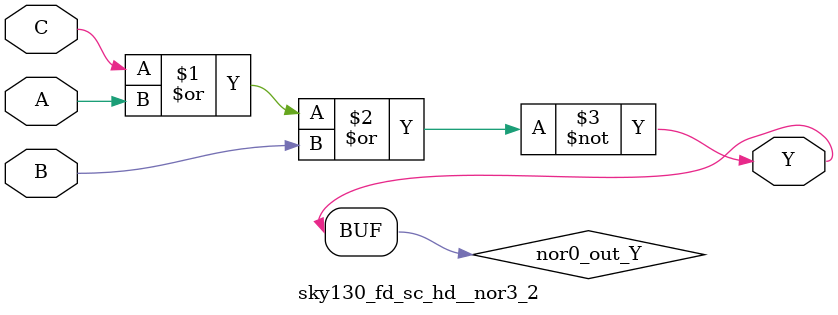
<source format=v>
/*
 * Copyright 2020 The SkyWater PDK Authors
 *
 * Licensed under the Apache License, Version 2.0 (the "License");
 * you may not use this file except in compliance with the License.
 * You may obtain a copy of the License at
 *
 *     https://www.apache.org/licenses/LICENSE-2.0
 *
 * Unless required by applicable law or agreed to in writing, software
 * distributed under the License is distributed on an "AS IS" BASIS,
 * WITHOUT WARRANTIES OR CONDITIONS OF ANY KIND, either express or implied.
 * See the License for the specific language governing permissions and
 * limitations under the License.
 *
 * SPDX-License-Identifier: Apache-2.0
*/


`ifndef SKY130_FD_SC_HD__NOR3_2_FUNCTIONAL_V
`define SKY130_FD_SC_HD__NOR3_2_FUNCTIONAL_V

/**
 * nor3: 3-input NOR.
 *
 *       Y = !(A | B | C | !D)
 *
 * Verilog simulation functional model.
 */

`timescale 1ns / 1ps
`default_nettype none

`celldefine
module sky130_fd_sc_hd__nor3_2 (
    Y,
    A,
    B,
    C
);

    // Module ports
    output Y;
    input  A;
    input  B;
    input  C;

    // Local signals
    wire nor0_out_Y;

    //  Name  Output      Other arguments
    nor nor0 (nor0_out_Y, C, A, B        );
    buf buf0 (Y         , nor0_out_Y     );

endmodule
`endcelldefine

`default_nettype wire
`endif  // SKY130_FD_SC_HD__NOR3_2_FUNCTIONAL_V

</source>
